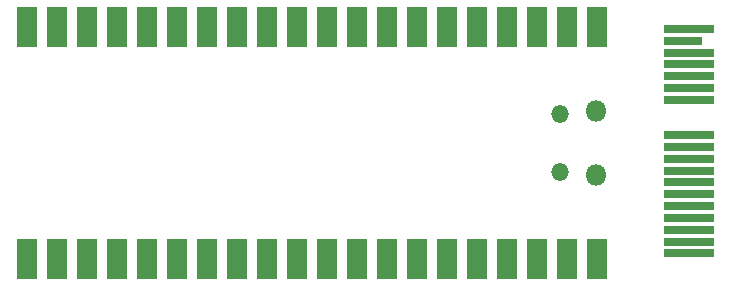
<source format=gbr>
%TF.GenerationSoftware,KiCad,Pcbnew,8.0.3*%
%TF.CreationDate,2024-06-27T21:13:00-04:00*%
%TF.ProjectId,pi-pico-mgmt-module,70692d70-6963-46f2-9d6d-676d742d6d6f,rev?*%
%TF.SameCoordinates,Original*%
%TF.FileFunction,Soldermask,Top*%
%TF.FilePolarity,Negative*%
%FSLAX46Y46*%
G04 Gerber Fmt 4.6, Leading zero omitted, Abs format (unit mm)*
G04 Created by KiCad (PCBNEW 8.0.3) date 2024-06-27 21:13:00*
%MOMM*%
%LPD*%
G01*
G04 APERTURE LIST*
%ADD10O,1.800000X1.800000*%
%ADD11O,1.500000X1.500000*%
%ADD12R,1.700000X3.500000*%
%ADD13R,4.300000X0.700000*%
%ADD14R,3.200000X0.700000*%
G04 APERTURE END LIST*
D10*
%TO.C,U1*%
X50030000Y-9315000D03*
D11*
X47000000Y-9615000D03*
X47000000Y-14465000D03*
D10*
X50030000Y-14765000D03*
D12*
X50160000Y-2250000D03*
X47620000Y-2250000D03*
X45080000Y-2250000D03*
X42540000Y-2250000D03*
X40000000Y-2250000D03*
X37460000Y-2250000D03*
X34920000Y-2250000D03*
X32380000Y-2250000D03*
X29840000Y-2250000D03*
X27300000Y-2250000D03*
X24760000Y-2250000D03*
X22220000Y-2250000D03*
X19680000Y-2250000D03*
X17140000Y-2250000D03*
X14600000Y-2250000D03*
X12060000Y-2250000D03*
X9520000Y-2250000D03*
X6980000Y-2250000D03*
X4440000Y-2250000D03*
X1900000Y-2250000D03*
X1900000Y-21830000D03*
X4440000Y-21830000D03*
X6980000Y-21830000D03*
X9520000Y-21830000D03*
X12060000Y-21830000D03*
X14600000Y-21830000D03*
X17140000Y-21830000D03*
X19680000Y-21830000D03*
X22220000Y-21830000D03*
X24760000Y-21830000D03*
X27300000Y-21830000D03*
X29840000Y-21830000D03*
X32380000Y-21830000D03*
X34920000Y-21830000D03*
X37460000Y-21830000D03*
X40000000Y-21830000D03*
X42540000Y-21830000D03*
X45080000Y-21830000D03*
X47620000Y-21830000D03*
X50160000Y-21830000D03*
%TD*%
D13*
%TO.C,J1*%
X57950000Y-21390000D03*
X57950000Y-20390000D03*
X57950000Y-19390000D03*
X57950000Y-18390000D03*
X57950000Y-17390000D03*
X57950000Y-16390000D03*
X57950000Y-15390000D03*
X57950000Y-14390000D03*
X57950000Y-13390000D03*
X57950000Y-12390000D03*
X57950000Y-11390000D03*
X57950000Y-8390000D03*
X57950000Y-7390000D03*
X57950000Y-6390000D03*
X57950000Y-5390000D03*
X57950000Y-4390000D03*
D14*
X57400000Y-3390000D03*
D13*
X57950000Y-2390000D03*
%TD*%
M02*

</source>
